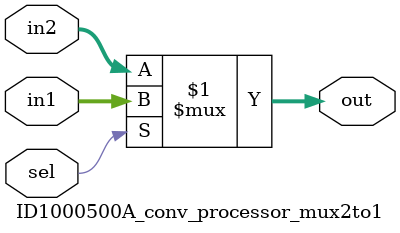
<source format=v>
module ID1000500A_conv_processor_mux2to1 #(
		parameter DATA_WIDTH= 8
)(
		input wire [DATA_WIDTH-1:0] in1,
		input wire [DATA_WIDTH-1:0] in2,
		input wire  sel,
		output wire [DATA_WIDTH-1:0] out
	   
);

assign out=sel?in1:in2;

endmodule
</source>
